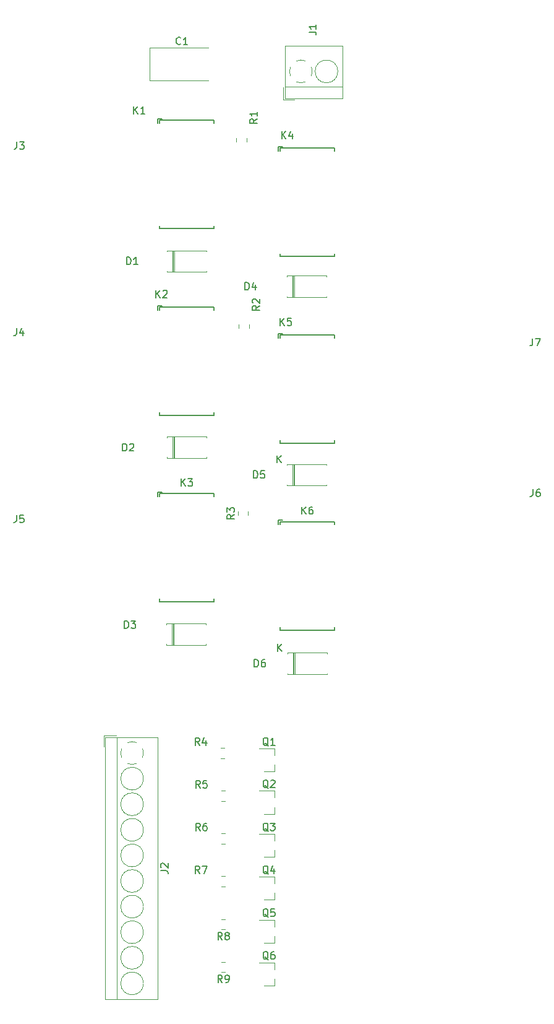
<source format=gbr>
G04 #@! TF.GenerationSoftware,KiCad,Pcbnew,(5.1.4)-1*
G04 #@! TF.CreationDate,2020-06-15T02:55:38-04:00*
G04 #@! TF.ProjectId,eth_sw_matrix_7,6574685f-7377-45f6-9d61-747269785f37,rev?*
G04 #@! TF.SameCoordinates,Original*
G04 #@! TF.FileFunction,Legend,Top*
G04 #@! TF.FilePolarity,Positive*
%FSLAX46Y46*%
G04 Gerber Fmt 4.6, Leading zero omitted, Abs format (unit mm)*
G04 Created by KiCad (PCBNEW (5.1.4)-1) date 2020-06-15 02:55:38*
%MOMM*%
%LPD*%
G04 APERTURE LIST*
%ADD10C,0.120000*%
%ADD11C,0.150000*%
G04 APERTURE END LIST*
D10*
X138064800Y-106784800D02*
X138064800Y-109724800D01*
X138304800Y-106784800D02*
X138304800Y-109724800D01*
X138184800Y-106784800D02*
X138184800Y-109724800D01*
X142724800Y-109724800D02*
X142724800Y-109594800D01*
X137284800Y-109724800D02*
X142724800Y-109724800D01*
X137284800Y-109594800D02*
X137284800Y-109724800D01*
X142724800Y-106784800D02*
X142724800Y-106914800D01*
X137284800Y-106784800D02*
X142724800Y-106784800D01*
X137284800Y-106914800D02*
X137284800Y-106784800D01*
X138082580Y-132235600D02*
X138082580Y-135175600D01*
X138322580Y-132235600D02*
X138322580Y-135175600D01*
X138202580Y-132235600D02*
X138202580Y-135175600D01*
X142742580Y-135175600D02*
X142742580Y-135045600D01*
X137302580Y-135175600D02*
X142742580Y-135175600D01*
X137302580Y-135045600D02*
X137302580Y-135175600D01*
X142742580Y-132235600D02*
X142742580Y-132365600D01*
X137302580Y-132235600D02*
X142742580Y-132235600D01*
X137302580Y-132365600D02*
X137302580Y-132235600D01*
X153251200Y-86196000D02*
X154751200Y-86196000D01*
X153251200Y-84456000D02*
X153251200Y-86196000D01*
X161311200Y-78836000D02*
X161311200Y-85956000D01*
X153491200Y-78836000D02*
X153491200Y-85956000D01*
X153491200Y-85956000D02*
X161311200Y-85956000D01*
X153491200Y-78836000D02*
X161311200Y-78836000D01*
X153491200Y-84396000D02*
X161311200Y-84396000D01*
X160706200Y-82296000D02*
G75*
G03X160706200Y-82296000I-1555000J0D01*
G01*
X155678211Y-83851492D02*
G75*
G02X155043200Y-83728000I-27011J1555492D01*
G01*
X154219091Y-82903742D02*
G75*
G02X154219200Y-81688000I1432109J607742D01*
G01*
X155043458Y-80863891D02*
G75*
G02X156259200Y-80864000I607742J-1432109D01*
G01*
X157083309Y-81688258D02*
G75*
G02X157083200Y-82904000I-1432109J-607742D01*
G01*
X156258787Y-83727385D02*
G75*
G02X155651200Y-83851000I-607587J1431385D01*
G01*
X148233200Y-91901778D02*
X148233200Y-91384622D01*
X146813200Y-91901778D02*
X146813200Y-91384622D01*
X148530380Y-117441478D02*
X148530380Y-116924322D01*
X147110380Y-117441478D02*
X147110380Y-116924322D01*
X145178278Y-174804000D02*
X144661122Y-174804000D01*
X145178278Y-176224000D02*
X144661122Y-176224000D01*
X145256778Y-180646000D02*
X144739622Y-180646000D01*
X145256778Y-182066000D02*
X144739622Y-182066000D01*
X145256778Y-186488000D02*
X144739622Y-186488000D01*
X145256778Y-187908000D02*
X144739622Y-187908000D01*
X145256778Y-192330000D02*
X144739622Y-192330000D01*
X145256778Y-193750000D02*
X144739622Y-193750000D01*
X142994400Y-79020000D02*
X134934400Y-79020000D01*
X134934400Y-79020000D02*
X134934400Y-83540000D01*
X134934400Y-83540000D02*
X142994400Y-83540000D01*
X131105815Y-176121587D02*
G75*
G02X130982200Y-175514000I1431385J607587D01*
G01*
X133144942Y-176946109D02*
G75*
G02X131929200Y-176946000I-607742J1432109D01*
G01*
X133969309Y-174906258D02*
G75*
G02X133969200Y-176122000I-1432109J-607742D01*
G01*
X131929458Y-174081891D02*
G75*
G02X133145200Y-174082000I607742J-1432109D01*
G01*
X130981708Y-175541011D02*
G75*
G02X131105200Y-174906000I1555492J27011D01*
G01*
X134092200Y-179014000D02*
G75*
G03X134092200Y-179014000I-1555000J0D01*
G01*
X134092200Y-182514000D02*
G75*
G03X134092200Y-182514000I-1555000J0D01*
G01*
X134092200Y-186014000D02*
G75*
G03X134092200Y-186014000I-1555000J0D01*
G01*
X134092200Y-189514000D02*
G75*
G03X134092200Y-189514000I-1555000J0D01*
G01*
X134092200Y-193014000D02*
G75*
G03X134092200Y-193014000I-1555000J0D01*
G01*
X134092200Y-196514000D02*
G75*
G03X134092200Y-196514000I-1555000J0D01*
G01*
X134092200Y-200014000D02*
G75*
G03X134092200Y-200014000I-1555000J0D01*
G01*
X134092200Y-203514000D02*
G75*
G03X134092200Y-203514000I-1555000J0D01*
G01*
X134092200Y-207014000D02*
G75*
G03X134092200Y-207014000I-1555000J0D01*
G01*
X130437200Y-173354000D02*
X130437200Y-209174000D01*
X135997200Y-173354000D02*
X135997200Y-209174000D01*
X128877200Y-173354000D02*
X128877200Y-209174000D01*
X135997200Y-173354000D02*
X128877200Y-173354000D01*
X135997200Y-209174000D02*
X128877200Y-209174000D01*
X130377200Y-173114000D02*
X128637200Y-173114000D01*
X128637200Y-173114000D02*
X128637200Y-174614000D01*
D11*
X143754000Y-89393000D02*
X143754000Y-88993000D01*
X143754000Y-88993000D02*
X136254000Y-88993000D01*
X136254000Y-88993000D02*
X136254000Y-89393000D01*
X136054000Y-89393000D02*
X136054000Y-88793000D01*
X136054000Y-88793000D02*
X136554000Y-88793000D01*
X143754000Y-103493000D02*
X143754000Y-103793000D01*
X143754000Y-103793000D02*
X136254000Y-103793000D01*
X136254000Y-103793000D02*
X136254000Y-103393000D01*
X143754000Y-103493000D02*
X143754000Y-103393000D01*
X136554000Y-88793000D02*
X136654000Y-88793000D01*
X136571780Y-114320000D02*
X136671780Y-114320000D01*
X143771780Y-129020000D02*
X143771780Y-128920000D01*
X136271780Y-129320000D02*
X136271780Y-128920000D01*
X143771780Y-129320000D02*
X136271780Y-129320000D01*
X143771780Y-129020000D02*
X143771780Y-129320000D01*
X136071780Y-114320000D02*
X136571780Y-114320000D01*
X136071780Y-114920000D02*
X136071780Y-114320000D01*
X136271780Y-114520000D02*
X136271780Y-114920000D01*
X143771780Y-114520000D02*
X136271780Y-114520000D01*
X143771780Y-114920000D02*
X143771780Y-114520000D01*
X160264000Y-93203000D02*
X160264000Y-92803000D01*
X160264000Y-92803000D02*
X152764000Y-92803000D01*
X152764000Y-92803000D02*
X152764000Y-93203000D01*
X152564000Y-93203000D02*
X152564000Y-92603000D01*
X152564000Y-92603000D02*
X153064000Y-92603000D01*
X160264000Y-107303000D02*
X160264000Y-107603000D01*
X160264000Y-107603000D02*
X152764000Y-107603000D01*
X152764000Y-107603000D02*
X152764000Y-107203000D01*
X160264000Y-107303000D02*
X160264000Y-107203000D01*
X153064000Y-92603000D02*
X153164000Y-92603000D01*
X160264000Y-118730000D02*
X160264000Y-118330000D01*
X160264000Y-118330000D02*
X152764000Y-118330000D01*
X152764000Y-118330000D02*
X152764000Y-118730000D01*
X152564000Y-118730000D02*
X152564000Y-118130000D01*
X152564000Y-118130000D02*
X153064000Y-118130000D01*
X160264000Y-132830000D02*
X160264000Y-133130000D01*
X160264000Y-133130000D02*
X152764000Y-133130000D01*
X152764000Y-133130000D02*
X152764000Y-132730000D01*
X160264000Y-132830000D02*
X160264000Y-132730000D01*
X153064000Y-118130000D02*
X153164000Y-118130000D01*
D10*
X152042400Y-178059200D02*
X150582400Y-178059200D01*
X152042400Y-174899200D02*
X149882400Y-174899200D01*
X152042400Y-174899200D02*
X152042400Y-175829200D01*
X152042400Y-178059200D02*
X152042400Y-177129200D01*
X152042400Y-183850400D02*
X152042400Y-182920400D01*
X152042400Y-180690400D02*
X152042400Y-181620400D01*
X152042400Y-180690400D02*
X149882400Y-180690400D01*
X152042400Y-183850400D02*
X150582400Y-183850400D01*
X152042400Y-189743200D02*
X150582400Y-189743200D01*
X152042400Y-186583200D02*
X149882400Y-186583200D01*
X152042400Y-186583200D02*
X152042400Y-187513200D01*
X152042400Y-189743200D02*
X152042400Y-188813200D01*
X152042400Y-195585200D02*
X152042400Y-194655200D01*
X152042400Y-192425200D02*
X152042400Y-193355200D01*
X152042400Y-192425200D02*
X149882400Y-192425200D01*
X152042400Y-195585200D02*
X150582400Y-195585200D01*
X138014000Y-157788000D02*
X138014000Y-160728000D01*
X138254000Y-157788000D02*
X138254000Y-160728000D01*
X138134000Y-157788000D02*
X138134000Y-160728000D01*
X142674000Y-160728000D02*
X142674000Y-160598000D01*
X137234000Y-160728000D02*
X142674000Y-160728000D01*
X137234000Y-160598000D02*
X137234000Y-160728000D01*
X142674000Y-157788000D02*
X142674000Y-157918000D01*
X137234000Y-157788000D02*
X142674000Y-157788000D01*
X137234000Y-157918000D02*
X137234000Y-157788000D01*
X153693200Y-110369200D02*
X153693200Y-110239200D01*
X153693200Y-110239200D02*
X159133200Y-110239200D01*
X159133200Y-110239200D02*
X159133200Y-110369200D01*
X153693200Y-113049200D02*
X153693200Y-113179200D01*
X153693200Y-113179200D02*
X159133200Y-113179200D01*
X159133200Y-113179200D02*
X159133200Y-113049200D01*
X154593200Y-110239200D02*
X154593200Y-113179200D01*
X154713200Y-110239200D02*
X154713200Y-113179200D01*
X154473200Y-110239200D02*
X154473200Y-113179200D01*
X153744000Y-136124800D02*
X153744000Y-135994800D01*
X153744000Y-135994800D02*
X159184000Y-135994800D01*
X159184000Y-135994800D02*
X159184000Y-136124800D01*
X153744000Y-138804800D02*
X153744000Y-138934800D01*
X153744000Y-138934800D02*
X159184000Y-138934800D01*
X159184000Y-138934800D02*
X159184000Y-138804800D01*
X154644000Y-135994800D02*
X154644000Y-138934800D01*
X154764000Y-135994800D02*
X154764000Y-138934800D01*
X154524000Y-135994800D02*
X154524000Y-138934800D01*
X154574800Y-161801200D02*
X154574800Y-164741200D01*
X154814800Y-161801200D02*
X154814800Y-164741200D01*
X154694800Y-161801200D02*
X154694800Y-164741200D01*
X159234800Y-164741200D02*
X159234800Y-164611200D01*
X153794800Y-164741200D02*
X159234800Y-164741200D01*
X153794800Y-164611200D02*
X153794800Y-164741200D01*
X159234800Y-161801200D02*
X159234800Y-161931200D01*
X153794800Y-161801200D02*
X159234800Y-161801200D01*
X153794800Y-161931200D02*
X153794800Y-161801200D01*
D11*
X136554000Y-139841920D02*
X136654000Y-139841920D01*
X143754000Y-154541920D02*
X143754000Y-154441920D01*
X136254000Y-154841920D02*
X136254000Y-154441920D01*
X143754000Y-154841920D02*
X136254000Y-154841920D01*
X143754000Y-154541920D02*
X143754000Y-154841920D01*
X136054000Y-139841920D02*
X136554000Y-139841920D01*
X136054000Y-140441920D02*
X136054000Y-139841920D01*
X136254000Y-140041920D02*
X136254000Y-140441920D01*
X143754000Y-140041920D02*
X136254000Y-140041920D01*
X143754000Y-140441920D02*
X143754000Y-140041920D01*
X160264000Y-144282400D02*
X160264000Y-143882400D01*
X160264000Y-143882400D02*
X152764000Y-143882400D01*
X152764000Y-143882400D02*
X152764000Y-144282400D01*
X152564000Y-144282400D02*
X152564000Y-143682400D01*
X152564000Y-143682400D02*
X153064000Y-143682400D01*
X160264000Y-158382400D02*
X160264000Y-158682400D01*
X160264000Y-158682400D02*
X152764000Y-158682400D01*
X152764000Y-158682400D02*
X152764000Y-158282400D01*
X160264000Y-158382400D02*
X160264000Y-158282400D01*
X153064000Y-143682400D02*
X153164000Y-143682400D01*
D10*
X152042400Y-201478000D02*
X150582400Y-201478000D01*
X152042400Y-198318000D02*
X149882400Y-198318000D01*
X152042400Y-198318000D02*
X152042400Y-199248000D01*
X152042400Y-201478000D02*
X152042400Y-200548000D01*
X152042400Y-207320000D02*
X152042400Y-206390000D01*
X152042400Y-204160000D02*
X152042400Y-205090000D01*
X152042400Y-204160000D02*
X149882400Y-204160000D01*
X152042400Y-207320000D02*
X150582400Y-207320000D01*
X147016400Y-143006578D02*
X147016400Y-142489422D01*
X148436400Y-143006578D02*
X148436400Y-142489422D01*
X145292578Y-199642800D02*
X144775422Y-199642800D01*
X145292578Y-198222800D02*
X144775422Y-198222800D01*
X145292578Y-204064800D02*
X144775422Y-204064800D01*
X145292578Y-205484800D02*
X144775422Y-205484800D01*
D11*
X131799104Y-108707180D02*
X131799104Y-107707180D01*
X132037200Y-107707180D01*
X132180057Y-107754800D01*
X132275295Y-107850038D01*
X132322914Y-107945276D01*
X132370533Y-108135752D01*
X132370533Y-108278609D01*
X132322914Y-108469085D01*
X132275295Y-108564323D01*
X132180057Y-108659561D01*
X132037200Y-108707180D01*
X131799104Y-108707180D01*
X133322914Y-108707180D02*
X132751485Y-108707180D01*
X133037200Y-108707180D02*
X133037200Y-107707180D01*
X132941961Y-107850038D01*
X132846723Y-107945276D01*
X132751485Y-107992895D01*
X131240304Y-134208780D02*
X131240304Y-133208780D01*
X131478400Y-133208780D01*
X131621257Y-133256400D01*
X131716495Y-133351638D01*
X131764114Y-133446876D01*
X131811733Y-133637352D01*
X131811733Y-133780209D01*
X131764114Y-133970685D01*
X131716495Y-134065923D01*
X131621257Y-134161161D01*
X131478400Y-134208780D01*
X131240304Y-134208780D01*
X132192685Y-133304019D02*
X132240304Y-133256400D01*
X132335542Y-133208780D01*
X132573638Y-133208780D01*
X132668876Y-133256400D01*
X132716495Y-133304019D01*
X132764114Y-133399257D01*
X132764114Y-133494495D01*
X132716495Y-133637352D01*
X132145066Y-134208780D01*
X132764114Y-134208780D01*
X156741880Y-76901633D02*
X157456166Y-76901633D01*
X157599023Y-76949252D01*
X157694261Y-77044490D01*
X157741880Y-77187347D01*
X157741880Y-77282585D01*
X157741880Y-75901633D02*
X157741880Y-76473061D01*
X157741880Y-76187347D02*
X156741880Y-76187347D01*
X156884738Y-76282585D01*
X156979976Y-76377823D01*
X157027595Y-76473061D01*
X149651980Y-88784966D02*
X149175790Y-89118300D01*
X149651980Y-89356395D02*
X148651980Y-89356395D01*
X148651980Y-88975442D01*
X148699600Y-88880204D01*
X148747219Y-88832585D01*
X148842457Y-88784966D01*
X148985314Y-88784966D01*
X149080552Y-88832585D01*
X149128171Y-88880204D01*
X149175790Y-88975442D01*
X149175790Y-89356395D01*
X149651980Y-87832585D02*
X149651980Y-88404014D01*
X149651980Y-88118300D02*
X148651980Y-88118300D01*
X148794838Y-88213538D01*
X148890076Y-88308776D01*
X148937695Y-88404014D01*
X149999960Y-114339666D02*
X149523770Y-114673000D01*
X149999960Y-114911095D02*
X148999960Y-114911095D01*
X148999960Y-114530142D01*
X149047580Y-114434904D01*
X149095199Y-114387285D01*
X149190437Y-114339666D01*
X149333294Y-114339666D01*
X149428532Y-114387285D01*
X149476151Y-114434904D01*
X149523770Y-114530142D01*
X149523770Y-114911095D01*
X149095199Y-113958714D02*
X149047580Y-113911095D01*
X148999960Y-113815857D01*
X148999960Y-113577761D01*
X149047580Y-113482523D01*
X149095199Y-113434904D01*
X149190437Y-113387285D01*
X149285675Y-113387285D01*
X149428532Y-113434904D01*
X149999960Y-114006333D01*
X149999960Y-113387285D01*
X141783533Y-174442380D02*
X141450200Y-173966190D01*
X141212104Y-174442380D02*
X141212104Y-173442380D01*
X141593057Y-173442380D01*
X141688295Y-173490000D01*
X141735914Y-173537619D01*
X141783533Y-173632857D01*
X141783533Y-173775714D01*
X141735914Y-173870952D01*
X141688295Y-173918571D01*
X141593057Y-173966190D01*
X141212104Y-173966190D01*
X142640676Y-173775714D02*
X142640676Y-174442380D01*
X142402580Y-173394761D02*
X142164485Y-174109047D01*
X142783533Y-174109047D01*
X141862033Y-180284380D02*
X141528700Y-179808190D01*
X141290604Y-180284380D02*
X141290604Y-179284380D01*
X141671557Y-179284380D01*
X141766795Y-179332000D01*
X141814414Y-179379619D01*
X141862033Y-179474857D01*
X141862033Y-179617714D01*
X141814414Y-179712952D01*
X141766795Y-179760571D01*
X141671557Y-179808190D01*
X141290604Y-179808190D01*
X142766795Y-179284380D02*
X142290604Y-179284380D01*
X142242985Y-179760571D01*
X142290604Y-179712952D01*
X142385842Y-179665333D01*
X142623938Y-179665333D01*
X142719176Y-179712952D01*
X142766795Y-179760571D01*
X142814414Y-179855809D01*
X142814414Y-180093904D01*
X142766795Y-180189142D01*
X142719176Y-180236761D01*
X142623938Y-180284380D01*
X142385842Y-180284380D01*
X142290604Y-180236761D01*
X142242985Y-180189142D01*
X141862033Y-186126380D02*
X141528700Y-185650190D01*
X141290604Y-186126380D02*
X141290604Y-185126380D01*
X141671557Y-185126380D01*
X141766795Y-185174000D01*
X141814414Y-185221619D01*
X141862033Y-185316857D01*
X141862033Y-185459714D01*
X141814414Y-185554952D01*
X141766795Y-185602571D01*
X141671557Y-185650190D01*
X141290604Y-185650190D01*
X142719176Y-185126380D02*
X142528700Y-185126380D01*
X142433461Y-185174000D01*
X142385842Y-185221619D01*
X142290604Y-185364476D01*
X142242985Y-185554952D01*
X142242985Y-185935904D01*
X142290604Y-186031142D01*
X142338223Y-186078761D01*
X142433461Y-186126380D01*
X142623938Y-186126380D01*
X142719176Y-186078761D01*
X142766795Y-186031142D01*
X142814414Y-185935904D01*
X142814414Y-185697809D01*
X142766795Y-185602571D01*
X142719176Y-185554952D01*
X142623938Y-185507333D01*
X142433461Y-185507333D01*
X142338223Y-185554952D01*
X142290604Y-185602571D01*
X142242985Y-185697809D01*
X141783533Y-191968380D02*
X141450200Y-191492190D01*
X141212104Y-191968380D02*
X141212104Y-190968380D01*
X141593057Y-190968380D01*
X141688295Y-191016000D01*
X141735914Y-191063619D01*
X141783533Y-191158857D01*
X141783533Y-191301714D01*
X141735914Y-191396952D01*
X141688295Y-191444571D01*
X141593057Y-191492190D01*
X141212104Y-191492190D01*
X142116866Y-190968380D02*
X142783533Y-190968380D01*
X142354961Y-191968380D01*
X139177733Y-78537142D02*
X139130114Y-78584761D01*
X138987257Y-78632380D01*
X138892019Y-78632380D01*
X138749161Y-78584761D01*
X138653923Y-78489523D01*
X138606304Y-78394285D01*
X138558685Y-78203809D01*
X138558685Y-78060952D01*
X138606304Y-77870476D01*
X138653923Y-77775238D01*
X138749161Y-77680000D01*
X138892019Y-77632380D01*
X138987257Y-77632380D01*
X139130114Y-77680000D01*
X139177733Y-77727619D01*
X140130114Y-78632380D02*
X139558685Y-78632380D01*
X139844400Y-78632380D02*
X139844400Y-77632380D01*
X139749161Y-77775238D01*
X139653923Y-77870476D01*
X139558685Y-77918095D01*
X136449580Y-191597333D02*
X137163866Y-191597333D01*
X137306723Y-191644952D01*
X137401961Y-191740190D01*
X137449580Y-191883047D01*
X137449580Y-191978285D01*
X136544819Y-191168761D02*
X136497200Y-191121142D01*
X136449580Y-191025904D01*
X136449580Y-190787809D01*
X136497200Y-190692571D01*
X136544819Y-190644952D01*
X136640057Y-190597333D01*
X136735295Y-190597333D01*
X136878152Y-190644952D01*
X137449580Y-191216380D01*
X137449580Y-190597333D01*
X132764304Y-88082380D02*
X132764304Y-87082380D01*
X133335733Y-88082380D02*
X132907161Y-87510952D01*
X133335733Y-87082380D02*
X132764304Y-87653809D01*
X134288114Y-88082380D02*
X133716685Y-88082380D01*
X134002400Y-88082380D02*
X134002400Y-87082380D01*
X133907161Y-87225238D01*
X133811923Y-87320476D01*
X133716685Y-87368095D01*
X135812304Y-113228380D02*
X135812304Y-112228380D01*
X136383733Y-113228380D02*
X135955161Y-112656952D01*
X136383733Y-112228380D02*
X135812304Y-112799809D01*
X136764685Y-112323619D02*
X136812304Y-112276000D01*
X136907542Y-112228380D01*
X137145638Y-112228380D01*
X137240876Y-112276000D01*
X137288495Y-112323619D01*
X137336114Y-112418857D01*
X137336114Y-112514095D01*
X137288495Y-112656952D01*
X136717066Y-113228380D01*
X137336114Y-113228380D01*
X153033504Y-91485980D02*
X153033504Y-90485980D01*
X153604933Y-91485980D02*
X153176361Y-90914552D01*
X153604933Y-90485980D02*
X153033504Y-91057409D01*
X154462076Y-90819314D02*
X154462076Y-91485980D01*
X154223980Y-90438361D02*
X153985885Y-91152647D01*
X154604933Y-91152647D01*
X152830304Y-117038380D02*
X152830304Y-116038380D01*
X153401733Y-117038380D02*
X152973161Y-116466952D01*
X153401733Y-116038380D02*
X152830304Y-116609809D01*
X154306495Y-116038380D02*
X153830304Y-116038380D01*
X153782685Y-116514571D01*
X153830304Y-116466952D01*
X153925542Y-116419333D01*
X154163638Y-116419333D01*
X154258876Y-116466952D01*
X154306495Y-116514571D01*
X154354114Y-116609809D01*
X154354114Y-116847904D01*
X154306495Y-116943142D01*
X154258876Y-116990761D01*
X154163638Y-117038380D01*
X153925542Y-117038380D01*
X153830304Y-116990761D01*
X153782685Y-116943142D01*
X151187161Y-174526819D02*
X151091923Y-174479200D01*
X150996685Y-174383961D01*
X150853828Y-174241104D01*
X150758590Y-174193485D01*
X150663352Y-174193485D01*
X150710971Y-174431580D02*
X150615733Y-174383961D01*
X150520495Y-174288723D01*
X150472876Y-174098247D01*
X150472876Y-173764914D01*
X150520495Y-173574438D01*
X150615733Y-173479200D01*
X150710971Y-173431580D01*
X150901447Y-173431580D01*
X150996685Y-173479200D01*
X151091923Y-173574438D01*
X151139542Y-173764914D01*
X151139542Y-174098247D01*
X151091923Y-174288723D01*
X150996685Y-174383961D01*
X150901447Y-174431580D01*
X150710971Y-174431580D01*
X152091923Y-174431580D02*
X151520495Y-174431580D01*
X151806209Y-174431580D02*
X151806209Y-173431580D01*
X151710971Y-173574438D01*
X151615733Y-173669676D01*
X151520495Y-173717295D01*
X151187161Y-180318019D02*
X151091923Y-180270400D01*
X150996685Y-180175161D01*
X150853828Y-180032304D01*
X150758590Y-179984685D01*
X150663352Y-179984685D01*
X150710971Y-180222780D02*
X150615733Y-180175161D01*
X150520495Y-180079923D01*
X150472876Y-179889447D01*
X150472876Y-179556114D01*
X150520495Y-179365638D01*
X150615733Y-179270400D01*
X150710971Y-179222780D01*
X150901447Y-179222780D01*
X150996685Y-179270400D01*
X151091923Y-179365638D01*
X151139542Y-179556114D01*
X151139542Y-179889447D01*
X151091923Y-180079923D01*
X150996685Y-180175161D01*
X150901447Y-180222780D01*
X150710971Y-180222780D01*
X151520495Y-179318019D02*
X151568114Y-179270400D01*
X151663352Y-179222780D01*
X151901447Y-179222780D01*
X151996685Y-179270400D01*
X152044304Y-179318019D01*
X152091923Y-179413257D01*
X152091923Y-179508495D01*
X152044304Y-179651352D01*
X151472876Y-180222780D01*
X152091923Y-180222780D01*
X151187161Y-186210819D02*
X151091923Y-186163200D01*
X150996685Y-186067961D01*
X150853828Y-185925104D01*
X150758590Y-185877485D01*
X150663352Y-185877485D01*
X150710971Y-186115580D02*
X150615733Y-186067961D01*
X150520495Y-185972723D01*
X150472876Y-185782247D01*
X150472876Y-185448914D01*
X150520495Y-185258438D01*
X150615733Y-185163200D01*
X150710971Y-185115580D01*
X150901447Y-185115580D01*
X150996685Y-185163200D01*
X151091923Y-185258438D01*
X151139542Y-185448914D01*
X151139542Y-185782247D01*
X151091923Y-185972723D01*
X150996685Y-186067961D01*
X150901447Y-186115580D01*
X150710971Y-186115580D01*
X151472876Y-185115580D02*
X152091923Y-185115580D01*
X151758590Y-185496533D01*
X151901447Y-185496533D01*
X151996685Y-185544152D01*
X152044304Y-185591771D01*
X152091923Y-185687009D01*
X152091923Y-185925104D01*
X152044304Y-186020342D01*
X151996685Y-186067961D01*
X151901447Y-186115580D01*
X151615733Y-186115580D01*
X151520495Y-186067961D01*
X151472876Y-186020342D01*
X151187161Y-192052819D02*
X151091923Y-192005200D01*
X150996685Y-191909961D01*
X150853828Y-191767104D01*
X150758590Y-191719485D01*
X150663352Y-191719485D01*
X150710971Y-191957580D02*
X150615733Y-191909961D01*
X150520495Y-191814723D01*
X150472876Y-191624247D01*
X150472876Y-191290914D01*
X150520495Y-191100438D01*
X150615733Y-191005200D01*
X150710971Y-190957580D01*
X150901447Y-190957580D01*
X150996685Y-191005200D01*
X151091923Y-191100438D01*
X151139542Y-191290914D01*
X151139542Y-191624247D01*
X151091923Y-191814723D01*
X150996685Y-191909961D01*
X150901447Y-191957580D01*
X150710971Y-191957580D01*
X151996685Y-191290914D02*
X151996685Y-191957580D01*
X151758590Y-190909961D02*
X151520495Y-191624247D01*
X152139542Y-191624247D01*
X131494304Y-158440380D02*
X131494304Y-157440380D01*
X131732400Y-157440380D01*
X131875257Y-157488000D01*
X131970495Y-157583238D01*
X132018114Y-157678476D01*
X132065733Y-157868952D01*
X132065733Y-158011809D01*
X132018114Y-158202285D01*
X131970495Y-158297523D01*
X131875257Y-158392761D01*
X131732400Y-158440380D01*
X131494304Y-158440380D01*
X132399066Y-157440380D02*
X133018114Y-157440380D01*
X132684780Y-157821333D01*
X132827638Y-157821333D01*
X132922876Y-157868952D01*
X132970495Y-157916571D01*
X133018114Y-158011809D01*
X133018114Y-158249904D01*
X132970495Y-158345142D01*
X132922876Y-158392761D01*
X132827638Y-158440380D01*
X132541923Y-158440380D01*
X132446685Y-158392761D01*
X132399066Y-158345142D01*
X148004304Y-112161580D02*
X148004304Y-111161580D01*
X148242400Y-111161580D01*
X148385257Y-111209200D01*
X148480495Y-111304438D01*
X148528114Y-111399676D01*
X148575733Y-111590152D01*
X148575733Y-111733009D01*
X148528114Y-111923485D01*
X148480495Y-112018723D01*
X148385257Y-112113961D01*
X148242400Y-112161580D01*
X148004304Y-112161580D01*
X149432876Y-111494914D02*
X149432876Y-112161580D01*
X149194780Y-111113961D02*
X148956685Y-111828247D01*
X149575733Y-111828247D01*
X149172704Y-137917180D02*
X149172704Y-136917180D01*
X149410800Y-136917180D01*
X149553657Y-136964800D01*
X149648895Y-137060038D01*
X149696514Y-137155276D01*
X149744133Y-137345752D01*
X149744133Y-137488609D01*
X149696514Y-137679085D01*
X149648895Y-137774323D01*
X149553657Y-137869561D01*
X149410800Y-137917180D01*
X149172704Y-137917180D01*
X150648895Y-136917180D02*
X150172704Y-136917180D01*
X150125085Y-137393371D01*
X150172704Y-137345752D01*
X150267942Y-137298133D01*
X150506038Y-137298133D01*
X150601276Y-137345752D01*
X150648895Y-137393371D01*
X150696514Y-137488609D01*
X150696514Y-137726704D01*
X150648895Y-137821942D01*
X150601276Y-137869561D01*
X150506038Y-137917180D01*
X150267942Y-137917180D01*
X150172704Y-137869561D01*
X150125085Y-137821942D01*
X152392095Y-135817180D02*
X152392095Y-134817180D01*
X152963523Y-135817180D02*
X152534952Y-135245752D01*
X152963523Y-134817180D02*
X152392095Y-135388609D01*
X149274304Y-163723580D02*
X149274304Y-162723580D01*
X149512400Y-162723580D01*
X149655257Y-162771200D01*
X149750495Y-162866438D01*
X149798114Y-162961676D01*
X149845733Y-163152152D01*
X149845733Y-163295009D01*
X149798114Y-163485485D01*
X149750495Y-163580723D01*
X149655257Y-163675961D01*
X149512400Y-163723580D01*
X149274304Y-163723580D01*
X150702876Y-162723580D02*
X150512400Y-162723580D01*
X150417161Y-162771200D01*
X150369542Y-162818819D01*
X150274304Y-162961676D01*
X150226685Y-163152152D01*
X150226685Y-163533104D01*
X150274304Y-163628342D01*
X150321923Y-163675961D01*
X150417161Y-163723580D01*
X150607638Y-163723580D01*
X150702876Y-163675961D01*
X150750495Y-163628342D01*
X150798114Y-163533104D01*
X150798114Y-163295009D01*
X150750495Y-163199771D01*
X150702876Y-163152152D01*
X150607638Y-163104533D01*
X150417161Y-163104533D01*
X150321923Y-163152152D01*
X150274304Y-163199771D01*
X150226685Y-163295009D01*
X152442895Y-161623580D02*
X152442895Y-160623580D01*
X153014323Y-161623580D02*
X152585752Y-161052152D01*
X153014323Y-160623580D02*
X152442895Y-161195009D01*
X139275904Y-139004300D02*
X139275904Y-138004300D01*
X139847333Y-139004300D02*
X139418761Y-138432872D01*
X139847333Y-138004300D02*
X139275904Y-138575729D01*
X140180666Y-138004300D02*
X140799714Y-138004300D01*
X140466380Y-138385253D01*
X140609238Y-138385253D01*
X140704476Y-138432872D01*
X140752095Y-138480491D01*
X140799714Y-138575729D01*
X140799714Y-138813824D01*
X140752095Y-138909062D01*
X140704476Y-138956681D01*
X140609238Y-139004300D01*
X140323523Y-139004300D01*
X140228285Y-138956681D01*
X140180666Y-138909062D01*
X155785904Y-142844780D02*
X155785904Y-141844780D01*
X156357333Y-142844780D02*
X155928761Y-142273352D01*
X156357333Y-141844780D02*
X155785904Y-142416209D01*
X157214476Y-141844780D02*
X157024000Y-141844780D01*
X156928761Y-141892400D01*
X156881142Y-141940019D01*
X156785904Y-142082876D01*
X156738285Y-142273352D01*
X156738285Y-142654304D01*
X156785904Y-142749542D01*
X156833523Y-142797161D01*
X156928761Y-142844780D01*
X157119238Y-142844780D01*
X157214476Y-142797161D01*
X157262095Y-142749542D01*
X157309714Y-142654304D01*
X157309714Y-142416209D01*
X157262095Y-142320971D01*
X157214476Y-142273352D01*
X157119238Y-142225733D01*
X156928761Y-142225733D01*
X156833523Y-142273352D01*
X156785904Y-142320971D01*
X156738285Y-142416209D01*
X151187161Y-197945619D02*
X151091923Y-197898000D01*
X150996685Y-197802761D01*
X150853828Y-197659904D01*
X150758590Y-197612285D01*
X150663352Y-197612285D01*
X150710971Y-197850380D02*
X150615733Y-197802761D01*
X150520495Y-197707523D01*
X150472876Y-197517047D01*
X150472876Y-197183714D01*
X150520495Y-196993238D01*
X150615733Y-196898000D01*
X150710971Y-196850380D01*
X150901447Y-196850380D01*
X150996685Y-196898000D01*
X151091923Y-196993238D01*
X151139542Y-197183714D01*
X151139542Y-197517047D01*
X151091923Y-197707523D01*
X150996685Y-197802761D01*
X150901447Y-197850380D01*
X150710971Y-197850380D01*
X152044304Y-196850380D02*
X151568114Y-196850380D01*
X151520495Y-197326571D01*
X151568114Y-197278952D01*
X151663352Y-197231333D01*
X151901447Y-197231333D01*
X151996685Y-197278952D01*
X152044304Y-197326571D01*
X152091923Y-197421809D01*
X152091923Y-197659904D01*
X152044304Y-197755142D01*
X151996685Y-197802761D01*
X151901447Y-197850380D01*
X151663352Y-197850380D01*
X151568114Y-197802761D01*
X151520495Y-197755142D01*
X151187161Y-203787619D02*
X151091923Y-203740000D01*
X150996685Y-203644761D01*
X150853828Y-203501904D01*
X150758590Y-203454285D01*
X150663352Y-203454285D01*
X150710971Y-203692380D02*
X150615733Y-203644761D01*
X150520495Y-203549523D01*
X150472876Y-203359047D01*
X150472876Y-203025714D01*
X150520495Y-202835238D01*
X150615733Y-202740000D01*
X150710971Y-202692380D01*
X150901447Y-202692380D01*
X150996685Y-202740000D01*
X151091923Y-202835238D01*
X151139542Y-203025714D01*
X151139542Y-203359047D01*
X151091923Y-203549523D01*
X150996685Y-203644761D01*
X150901447Y-203692380D01*
X150710971Y-203692380D01*
X151996685Y-202692380D02*
X151806209Y-202692380D01*
X151710971Y-202740000D01*
X151663352Y-202787619D01*
X151568114Y-202930476D01*
X151520495Y-203120952D01*
X151520495Y-203501904D01*
X151568114Y-203597142D01*
X151615733Y-203644761D01*
X151710971Y-203692380D01*
X151901447Y-203692380D01*
X151996685Y-203644761D01*
X152044304Y-203597142D01*
X152091923Y-203501904D01*
X152091923Y-203263809D01*
X152044304Y-203168571D01*
X151996685Y-203120952D01*
X151901447Y-203073333D01*
X151710971Y-203073333D01*
X151615733Y-203120952D01*
X151568114Y-203168571D01*
X151520495Y-203263809D01*
X146528780Y-142914666D02*
X146052590Y-143248000D01*
X146528780Y-143486095D02*
X145528780Y-143486095D01*
X145528780Y-143105142D01*
X145576400Y-143009904D01*
X145624019Y-142962285D01*
X145719257Y-142914666D01*
X145862114Y-142914666D01*
X145957352Y-142962285D01*
X146004971Y-143009904D01*
X146052590Y-143105142D01*
X146052590Y-143486095D01*
X145528780Y-142581333D02*
X145528780Y-141962285D01*
X145909733Y-142295619D01*
X145909733Y-142152761D01*
X145957352Y-142057523D01*
X146004971Y-142009904D01*
X146100209Y-141962285D01*
X146338304Y-141962285D01*
X146433542Y-142009904D01*
X146481161Y-142057523D01*
X146528780Y-142152761D01*
X146528780Y-142438476D01*
X146481161Y-142533714D01*
X146433542Y-142581333D01*
X144867333Y-201035180D02*
X144534000Y-200558990D01*
X144295904Y-201035180D02*
X144295904Y-200035180D01*
X144676857Y-200035180D01*
X144772095Y-200082800D01*
X144819714Y-200130419D01*
X144867333Y-200225657D01*
X144867333Y-200368514D01*
X144819714Y-200463752D01*
X144772095Y-200511371D01*
X144676857Y-200558990D01*
X144295904Y-200558990D01*
X145438761Y-200463752D02*
X145343523Y-200416133D01*
X145295904Y-200368514D01*
X145248285Y-200273276D01*
X145248285Y-200225657D01*
X145295904Y-200130419D01*
X145343523Y-200082800D01*
X145438761Y-200035180D01*
X145629238Y-200035180D01*
X145724476Y-200082800D01*
X145772095Y-200130419D01*
X145819714Y-200225657D01*
X145819714Y-200273276D01*
X145772095Y-200368514D01*
X145724476Y-200416133D01*
X145629238Y-200463752D01*
X145438761Y-200463752D01*
X145343523Y-200511371D01*
X145295904Y-200558990D01*
X145248285Y-200654228D01*
X145248285Y-200844704D01*
X145295904Y-200939942D01*
X145343523Y-200987561D01*
X145438761Y-201035180D01*
X145629238Y-201035180D01*
X145724476Y-200987561D01*
X145772095Y-200939942D01*
X145819714Y-200844704D01*
X145819714Y-200654228D01*
X145772095Y-200558990D01*
X145724476Y-200511371D01*
X145629238Y-200463752D01*
X144867333Y-206877180D02*
X144534000Y-206400990D01*
X144295904Y-206877180D02*
X144295904Y-205877180D01*
X144676857Y-205877180D01*
X144772095Y-205924800D01*
X144819714Y-205972419D01*
X144867333Y-206067657D01*
X144867333Y-206210514D01*
X144819714Y-206305752D01*
X144772095Y-206353371D01*
X144676857Y-206400990D01*
X144295904Y-206400990D01*
X145343523Y-206877180D02*
X145534000Y-206877180D01*
X145629238Y-206829561D01*
X145676857Y-206781942D01*
X145772095Y-206639085D01*
X145819714Y-206448609D01*
X145819714Y-206067657D01*
X145772095Y-205972419D01*
X145724476Y-205924800D01*
X145629238Y-205877180D01*
X145438761Y-205877180D01*
X145343523Y-205924800D01*
X145295904Y-205972419D01*
X145248285Y-206067657D01*
X145248285Y-206305752D01*
X145295904Y-206400990D01*
X145343523Y-206448609D01*
X145438761Y-206496228D01*
X145629238Y-206496228D01*
X145724476Y-206448609D01*
X145772095Y-206400990D01*
X145819714Y-206305752D01*
X116735266Y-91933780D02*
X116735266Y-92648066D01*
X116687647Y-92790923D01*
X116592409Y-92886161D01*
X116449552Y-92933780D01*
X116354314Y-92933780D01*
X117116219Y-91933780D02*
X117735266Y-91933780D01*
X117401933Y-92314733D01*
X117544790Y-92314733D01*
X117640028Y-92362352D01*
X117687647Y-92409971D01*
X117735266Y-92505209D01*
X117735266Y-92743304D01*
X117687647Y-92838542D01*
X117640028Y-92886161D01*
X117544790Y-92933780D01*
X117259076Y-92933780D01*
X117163838Y-92886161D01*
X117116219Y-92838542D01*
X116709866Y-117435380D02*
X116709866Y-118149666D01*
X116662247Y-118292523D01*
X116567009Y-118387761D01*
X116424152Y-118435380D01*
X116328914Y-118435380D01*
X117614628Y-117768714D02*
X117614628Y-118435380D01*
X117376533Y-117387761D02*
X117138438Y-118102047D01*
X117757485Y-118102047D01*
X116709866Y-142987780D02*
X116709866Y-143702066D01*
X116662247Y-143844923D01*
X116567009Y-143940161D01*
X116424152Y-143987780D01*
X116328914Y-143987780D01*
X117662247Y-142987780D02*
X117186057Y-142987780D01*
X117138438Y-143463971D01*
X117186057Y-143416352D01*
X117281295Y-143368733D01*
X117519390Y-143368733D01*
X117614628Y-143416352D01*
X117662247Y-143463971D01*
X117709866Y-143559209D01*
X117709866Y-143797304D01*
X117662247Y-143892542D01*
X117614628Y-143940161D01*
X117519390Y-143987780D01*
X117281295Y-143987780D01*
X117186057Y-143940161D01*
X117138438Y-143892542D01*
X187423466Y-139431780D02*
X187423466Y-140146066D01*
X187375847Y-140288923D01*
X187280609Y-140384161D01*
X187137752Y-140431780D01*
X187042514Y-140431780D01*
X188328228Y-139431780D02*
X188137752Y-139431780D01*
X188042514Y-139479400D01*
X187994895Y-139527019D01*
X187899657Y-139669876D01*
X187852038Y-139860352D01*
X187852038Y-140241304D01*
X187899657Y-140336542D01*
X187947276Y-140384161D01*
X188042514Y-140431780D01*
X188232990Y-140431780D01*
X188328228Y-140384161D01*
X188375847Y-140336542D01*
X188423466Y-140241304D01*
X188423466Y-140003209D01*
X188375847Y-139907971D01*
X188328228Y-139860352D01*
X188232990Y-139812733D01*
X188042514Y-139812733D01*
X187947276Y-139860352D01*
X187899657Y-139907971D01*
X187852038Y-140003209D01*
X187372666Y-118806980D02*
X187372666Y-119521266D01*
X187325047Y-119664123D01*
X187229809Y-119759361D01*
X187086952Y-119806980D01*
X186991714Y-119806980D01*
X187753619Y-118806980D02*
X188420285Y-118806980D01*
X187991714Y-119806980D01*
M02*

</source>
